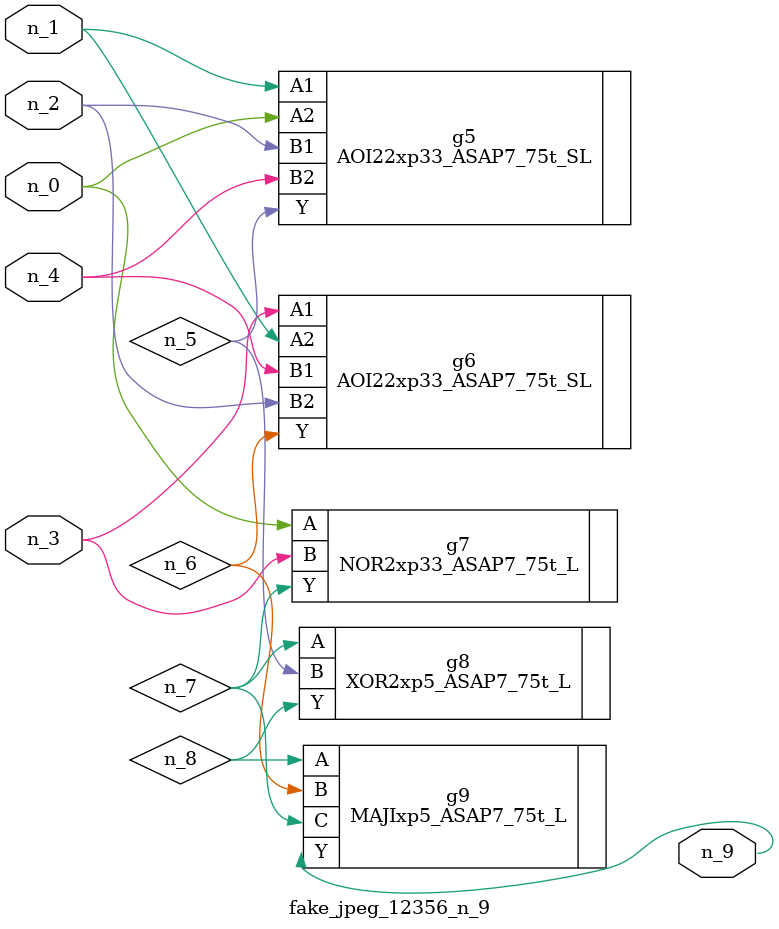
<source format=v>
module fake_jpeg_12356_n_9 (n_3, n_2, n_1, n_0, n_4, n_9);

input n_3;
input n_2;
input n_1;
input n_0;
input n_4;

output n_9;

wire n_8;
wire n_6;
wire n_5;
wire n_7;

AOI22xp33_ASAP7_75t_SL g5 ( 
.A1(n_1),
.A2(n_0),
.B1(n_2),
.B2(n_4),
.Y(n_5)
);

AOI22xp33_ASAP7_75t_SL g6 ( 
.A1(n_3),
.A2(n_1),
.B1(n_4),
.B2(n_2),
.Y(n_6)
);

NOR2xp33_ASAP7_75t_L g7 ( 
.A(n_0),
.B(n_3),
.Y(n_7)
);

XOR2xp5_ASAP7_75t_L g8 ( 
.A(n_7),
.B(n_5),
.Y(n_8)
);

MAJIxp5_ASAP7_75t_L g9 ( 
.A(n_8),
.B(n_6),
.C(n_7),
.Y(n_9)
);


endmodule
</source>
